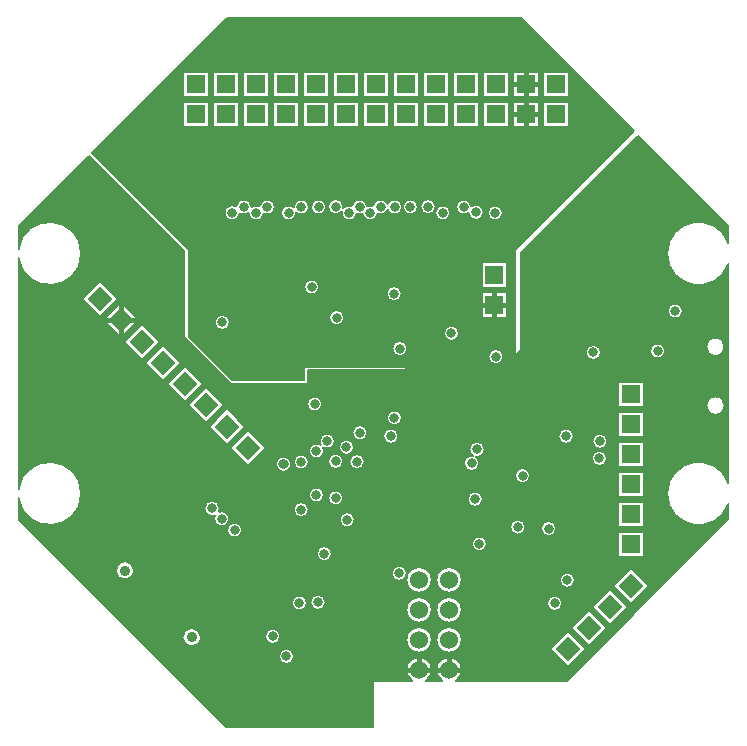
<source format=gbr>
G04 EasyPC Gerber Version 21.0.3 Build 4286 *
G04 #@! TF.Part,Single*
G04 #@! TF.FileFunction,Copper,L3,Inr *
G04 #@! TF.FilePolarity,Positive *
%FSLAX35Y35*%
%MOIN*%
G04 #@! TA.AperFunction,ComponentPad*
%ADD13R,0.06000X0.06000*%
G04 #@! TD.AperFunction*
%ADD10C,0.00500*%
%ADD11C,0.01500*%
G04 #@! TA.AperFunction,ViaPad*
%ADD16C,0.03200*%
G04 #@! TA.AperFunction,ComponentPad*
%ADD15C,0.03600*%
G04 #@! TA.AperFunction,WasherPad*
%ADD12C,0.06000*%
G04 #@! TA.AperFunction,ComponentPad*
%AMT14*0 Rectangle Pad at angle 45*21,1,0.06000,0.06000,0,0,45*%
%ADD14T14*%
X0Y0D02*
D02*
D10*
X26918Y193682D02*
X3450Y170215D01*
Y162596*
G75*
G02X24350Y161150I10400J-1446*
G01*
G75*
G02X3450Y159704I-10500*
G01*
Y82596*
G75*
G02X24350Y81150I10400J-1446*
G01*
G75*
G02X3450Y79704I-10500*
G01*
Y72385*
X72685Y3150*
X121650*
Y18750*
X134691*
G75*
G02X132700Y22350I2259J3600*
G01*
G75*
G02X141200I4250*
G01*
G75*
G02X139209Y18750I-4250*
G01*
X144691*
G75*
G02X142700Y22350I2259J3600*
G01*
G75*
G02X151200I4250*
G01*
G75*
G02X149209Y18750I-4250*
G01*
X186315*
X240050Y72485*
Y77652*
G75*
G02X219650Y81150I-9900J3498*
G01*
G75*
G02X240050Y84648I10500*
G01*
Y157652*
G75*
G02X219650Y161150I-9900J3498*
G01*
G75*
G02X240050Y164648I10500*
G01*
Y170315*
X209932Y200432*
X170950Y161450*
Y129050*
X165850Y123950*
X132750*
Y122250*
X99950*
Y117650*
X74250*
X58550Y133350*
Y162050*
X26918Y193682*
X24491Y145899D02*
X30501Y151909D01*
X36511Y145899*
X30501Y139889*
X24491Y145899*
X31562Y138828D02*
X37572Y144838D01*
X43583Y138828*
X37572Y132817*
X31562Y138828*
X36708Y57592D02*
G75*
G02X41021Y53279I2157J-2157D01*
G01*
G75*
G02X36708Y57592I-2157J2157*
G01*
X38633Y131757D02*
X44643Y137767D01*
X50654Y131757*
X44643Y125746*
X38633Y131757*
X45704Y124685D02*
X51715Y130696D01*
X57725Y124685*
X51715Y118675*
X45704Y124685*
X52775Y117615D02*
X58785Y123625D01*
X64796Y117615*
X58785Y111604*
X52775Y117615*
X58982Y35318D02*
G75*
G02X63295Y31005I2157J-2157D01*
G01*
G75*
G02X58982Y35318I-2157J2157*
G01*
X59846Y110543D02*
X65857Y116554D01*
X71867Y110543*
X65857Y104533*
X59846Y110543*
X66917Y103472D02*
X72928Y109483D01*
X78938Y103472*
X72928Y97462*
X66917Y103472*
X68857Y73767D02*
G75*
G02X65400Y76150I-907J2383D01*
G01*
G75*
G02X70500I2550*
G01*
G75*
G02X70243Y75033I-2550J0*
G01*
G75*
G02X73700Y72650I907J-2383*
G01*
G75*
G02X68600I-2550*
G01*
G75*
G02X68857Y73767I2550J0*
G01*
X72900Y68950D02*
G75*
G02X78000I2550D01*
G01*
G75*
G02X72900I-2550*
G01*
X73989Y96401D02*
X79999Y102411D01*
X86009Y96401*
X79999Y90391*
X73989Y96401*
X89972Y89122D02*
G75*
G02X89200Y90950I1778J1828D01*
G01*
G75*
G02X93578Y92728I2550*
G01*
G75*
G02X94350Y90900I-1778J-1828*
G01*
G75*
G02X89972Y89122I-2550*
G01*
X90700Y33550D02*
G75*
G02X85600I-2550D01*
G01*
G75*
G02X90700I2550*
G01*
X95300Y26850D02*
G75*
G02X90200I-2550D01*
G01*
G75*
G02X95300I2550*
G01*
X99600Y44650D02*
G75*
G02X94500I-2550D01*
G01*
G75*
G02X99600I2550*
G01*
X100200Y75750D02*
G75*
G02X95100I-2550D01*
G01*
G75*
G02X100200I2550*
G01*
Y91650D02*
G75*
G02X95100I-2550D01*
G01*
G75*
G02X100200I2550*
G01*
X102800Y61050D02*
G75*
G02X107900I2550D01*
G01*
G75*
G02X102800I-2550*
G01*
X104131Y97394D02*
G75*
G02X103800Y98650I2219J1257D01*
G01*
G75*
G02X108900I2550*
G01*
G75*
G02X104969Y96506I-2550*
G01*
G75*
G02X105300Y95250I-2219J-1257*
G01*
G75*
G02X100200I-2550*
G01*
G75*
G02X104131Y97394I2550*
G01*
X104700Y110950D02*
G75*
G02X99600I-2550D01*
G01*
G75*
G02X104700I2550*
G01*
X105300Y80650D02*
G75*
G02X100200I-2550D01*
G01*
G75*
G02X105300I2550*
G01*
X105800Y44850D02*
G75*
G02X100700I-2550D01*
G01*
G75*
G02X105800I2550*
G01*
X111700Y79650D02*
G75*
G02X106600I-2550D01*
G01*
G75*
G02X111700I2550*
G01*
Y91850D02*
G75*
G02X106600I-2550D01*
G01*
G75*
G02X111700I2550*
G01*
X115300Y96550D02*
G75*
G02X110200I-2550D01*
G01*
G75*
G02X115300I2550*
G01*
X115520Y72350D02*
G75*
G02X110420I-2550D01*
G01*
G75*
G02X115520I2550*
G01*
X118800Y91750D02*
G75*
G02X113700I-2550D01*
G01*
G75*
G02X118800I2550*
G01*
X119800Y101350D02*
G75*
G02X114700I-2550D01*
G01*
G75*
G02X119800I2550*
G01*
X130100Y100250D02*
G75*
G02X125000I-2550D01*
G01*
G75*
G02X130100I2550*
G01*
X131300Y106350D02*
G75*
G02X126200I-2550D01*
G01*
G75*
G02X131300I2550*
G01*
X132900Y54550D02*
G75*
G02X127800I-2550D01*
G01*
G75*
G02X132900I2550*
G01*
X141200Y32350D02*
G75*
G02X132700I-4250D01*
G01*
G75*
G02X141200I4250*
G01*
Y42350D02*
G75*
G02X132700I-4250D01*
G01*
G75*
G02X141200I4250*
G01*
Y52350D02*
G75*
G02X132700I-4250D01*
G01*
G75*
G02X141200I4250*
G01*
X151200Y32350D02*
G75*
G02X142700I-4250D01*
G01*
G75*
G02X151200I4250*
G01*
Y42350D02*
G75*
G02X142700I-4250D01*
G01*
G75*
G02X151200I4250*
G01*
Y52350D02*
G75*
G02X142700I-4250D01*
G01*
G75*
G02X151200I4250*
G01*
X154965Y93648D02*
G75*
G02X153700Y95850I1285J2202D01*
G01*
G75*
G02X158800I2550*
G01*
G75*
G02X155735Y93352I-2550*
G01*
G75*
G02X157000Y91150I-1285J-2202*
G01*
G75*
G02X151900I-2550*
G01*
G75*
G02X154965Y93648I2550*
G01*
X158200Y79250D02*
G75*
G02X153100I-2550D01*
G01*
G75*
G02X158200I2550*
G01*
X159600Y64350D02*
G75*
G02X154500I-2550D01*
G01*
G75*
G02X159600I2550*
G01*
X168900Y87050D02*
G75*
G02X174000I2550D01*
G01*
G75*
G02X168900I-2550*
G01*
X169850Y72500D02*
G75*
G02Y67400J-2550D01*
G01*
G75*
G02Y72500J2550*
G01*
X179600Y44550D02*
G75*
G02X184700I2550D01*
G01*
G75*
G02X179600I-2550*
G01*
X182700Y69450D02*
G75*
G02X177600I-2550D01*
G01*
G75*
G02X182700I2550*
G01*
X183400Y100250D02*
G75*
G02X188500I2550D01*
G01*
G75*
G02X183400I-2550*
G01*
X183800Y52250D02*
G75*
G02X188900I2550D01*
G01*
G75*
G02X183800I-2550*
G01*
X186537Y35247D02*
X192547Y29237D01*
X186537Y23226*
X180526Y29237*
X186537Y35247*
X193608Y42318D02*
X199618Y36308D01*
X193608Y30298*
X187598Y36308*
X193608Y42318*
X195050Y125600D02*
G75*
G02Y130700J2550D01*
G01*
G75*
G02Y125600J-2550*
G01*
X199600Y92850D02*
G75*
G02X194500I-2550D01*
G01*
G75*
G02X199600I2550*
G01*
X199800Y98550D02*
G75*
G02X194700I-2550D01*
G01*
G75*
G02X199800I2550*
G01*
X200679Y49389D02*
X206689Y43379D01*
X200679Y37369*
X194669Y43379*
X200679Y49389*
X203400Y68400D02*
X211900D01*
Y59900*
X203400*
Y68400*
Y78400D02*
X211900D01*
Y69900*
X203400*
Y78400*
Y88400D02*
X211900D01*
Y79900*
X203400*
Y88400*
Y98400D02*
X211900D01*
Y89900*
X203400*
Y98400*
Y108400D02*
X211900D01*
Y99900*
X203400*
Y108400*
Y118400D02*
X211900D01*
Y109900*
X203400*
Y118400*
X207750Y56460D02*
X213760Y50450D01*
X207750Y44440*
X201740Y50450*
X207750Y56460*
X213900Y128650D02*
G75*
G02X219000I2550D01*
G01*
G75*
G02X213900I-2550*
G01*
X219800Y141950D02*
G75*
G02X224900I2550D01*
G01*
G75*
G02X219800I-2550*
G01*
X235750Y107400D02*
G75*
G02Y113500J3050D01*
G01*
G75*
G02Y107400J-3050*
G01*
Y127000D02*
G75*
G02Y133100J3050D01*
G01*
G75*
G02Y127000J-3050*
G01*
X194415Y26850D02*
G36*
X190160D01*
X186537Y23226*
X182913Y26850*
X95300*
G75*
G02X90200I-2550*
G01*
X48985*
X72435Y3400*
X121650*
Y18750*
X134691*
G75*
G02X132700Y22349I2258J3599*
G01*
G75*
G02Y22350I3759J0*
G01*
G75*
G02X141200I4250*
G01*
G75*
G02Y22349I-3759J0*
G01*
G75*
G02X139209Y18750I-4249*
G01*
X144691*
G75*
G02X142700Y22349I2258J3599*
G01*
G75*
G02Y22350I3759J0*
G01*
G75*
G02X151200I4250*
G01*
G75*
G02Y22349I-3759J0*
G01*
G75*
G02X149209Y18750I-4249*
G01*
X186315*
X194415Y26850*
G37*
X182913D02*
G36*
X180526Y29237D01*
X184451Y33161*
X151122*
G75*
G02X151200Y32350I-4172J-812*
G01*
G75*
G02X142700I-4250*
G01*
G75*
G02X142778Y33161I4250J-1*
G01*
X141122*
G75*
G02X141200Y32350I-4172J-812*
G01*
G75*
G02X132700I-4250*
G01*
G75*
G02X132778Y33161I4250J-1*
G01*
X90670*
G75*
G02X85630I-2520J389*
G01*
X64189*
G75*
G02X63295Y31005I-3050*
G01*
G75*
G02X58089Y33161I-2157J2157*
G01*
X42674*
X48985Y26850*
X90200*
G75*
G02X95300I2550*
G01*
X182913*
G37*
X200726Y33161D02*
G36*
X196472D01*
X193608Y30298*
X190744Y33161*
X188622*
X192547Y29237*
X190160Y26850*
X194415*
X200726Y33161*
G37*
X212215Y44650D02*
G36*
X207960D01*
X207750Y44440*
X207540Y44650*
X205418*
X206689Y43379*
X200679Y37369*
X194669Y43379*
X195940Y44650*
X184698*
G75*
G02X184700Y44550I-2548J-100*
G01*
G75*
G02X179600I-2550*
G01*
G75*
G02X179602Y44650I2550*
G01*
X150524*
G75*
G02X151200Y42350I-3574J-2300*
G01*
G75*
G02X142700I-4250*
G01*
G75*
G02X143376Y44650I4250J0*
G01*
X140524*
G75*
G02X141200Y42350I-3574J-2300*
G01*
G75*
G02X132700I-4250*
G01*
G75*
G02X133376Y44650I4250J0*
G01*
X105792*
G75*
G02X100708I-2542J200*
G01*
X99600*
G75*
G02X94500I-2550*
G01*
X31185*
X42674Y33161*
X58089*
G75*
G02X58982Y35318I3050*
G01*
G75*
G02X64189Y33161I2157J-2157*
G01*
X85630*
G75*
G02X85600Y33550I2520J389*
G01*
G75*
G02X90700I2550*
G01*
G75*
G02X90670Y33161I-2550J1*
G01*
X132778*
G75*
G02X141122I4172J-811*
G01*
X142778*
G75*
G02X151122I4172J-811*
G01*
X184451*
X186537Y35247*
X188622Y33161*
X190744*
X187598Y36308*
X193608Y42318*
X199618Y36308*
X196472Y33161*
X200726*
X212215Y44650*
G37*
X203540Y52250D02*
G36*
X188900D01*
G75*
G02X183800I-2550*
G01*
X151199*
G75*
G02X142701I-4249J100*
G01*
X141199*
G75*
G02X132701I-4249J100*
G01*
X131451*
G75*
G02X129249I-1101J2300*
G01*
X23585*
X31185Y44650*
X94500*
G75*
G02X99600I2550*
G01*
X100708*
G75*
G02X100700Y44850I2543J200*
G01*
G75*
G02X105800I2550*
G01*
G75*
G02X105792Y44650I-2550J0*
G01*
X133376*
G75*
G02X140524I3574J-2300*
G01*
X143376*
G75*
G02X150524I3574J-2300*
G01*
X179602*
G75*
G02X184698I2548J-100*
G01*
X195940*
X200679Y49389*
X205418Y44650*
X207540*
X201740Y50450*
X203540Y52250*
G37*
X219815D02*
G36*
X211960D01*
X213760Y50450*
X207960Y44650*
X212215*
X219815Y52250*
G37*
X127959Y55435D02*
G36*
X41915D01*
G75*
G02X41021Y53279I-3050*
G01*
G75*
G02X35815Y55435I-2157J2157*
G01*
X20400*
X23585Y52250*
X129249*
G75*
G02X127800Y54550I1101J2300*
G01*
G75*
G02X127959Y55435I2550*
G01*
G37*
X132701Y52250D02*
G36*
G75*
G02X132700Y52350I4250J100D01*
G01*
G75*
G02X134027Y55435I4250*
G01*
X132741*
G75*
G02X132900Y54550I-2391J-885*
G01*
G75*
G02X131451Y52250I-2550*
G01*
X132701*
G37*
X203540D02*
G36*
X206725Y55435D01*
X149873*
G75*
G02X151200Y52350I-2923J-3085*
G01*
G75*
G02X151199Y52250I-4251J0*
G01*
X183800*
G75*
G02X188900I2550*
G01*
X203540*
G37*
X142701D02*
G36*
G75*
G02X142700Y52350I4250J100D01*
G01*
G75*
G02X144027Y55435I4250*
G01*
X139873*
G75*
G02X141200Y52350I-2923J-3085*
G01*
G75*
G02X141199Y52250I-4251J0*
G01*
X142701*
G37*
X223000Y55435D02*
G36*
X208775D01*
X211960Y52250*
X219815*
X223000Y55435*
G37*
X228615Y61050D02*
G36*
X211900D01*
Y59900*
X203400*
Y61050*
X107900*
G75*
G02X102800I-2550*
G01*
X14785*
X20400Y55435*
X35815*
G75*
G02X36708Y57592I3050*
G01*
G75*
G02X41915Y55435I2157J-2157*
G01*
X127959*
G75*
G02X132741I2391J-885*
G01*
X134027*
G75*
G02X139873I2923J-3085*
G01*
X144027*
G75*
G02X149873I2923J-3085*
G01*
X206725*
X207750Y56460*
X208775Y55435*
X223000*
X228615Y61050*
G37*
X203400Y64350D02*
G36*
X159600D01*
G75*
G02X154500I-2550*
G01*
X11485*
X14785Y61050*
X102800*
G75*
G02X107900I2550*
G01*
X203400*
Y64350*
G37*
X231915D02*
G36*
X211900D01*
Y61050*
X228615*
X231915Y64350*
G37*
X236515Y68950D02*
G36*
X182650D01*
G75*
G02X177650I-2500J500*
G01*
X172196*
G75*
G02X169850Y67400I-2346J1000*
G01*
G75*
G02X167504Y68950J2550*
G01*
X78000*
G75*
G02X72900I-2550*
G01*
X6885*
X11485Y64350*
X154500*
G75*
G02X159600I2550*
G01*
X203400*
Y68400*
X211900*
Y64350*
X231915*
X236515Y68950*
G37*
X222107Y74400D02*
G36*
X211900D01*
Y69900*
X203400*
Y74400*
X114487*
G75*
G02X115520Y72350I-1517J-2050*
G01*
G75*
G02X110420I-2550*
G01*
G75*
G02X111454Y74400I2550*
G01*
X99813*
G75*
G02X95487I-2163J1350*
G01*
X73005*
G75*
G02X73700Y72650I-1855J-1750*
G01*
G75*
G02X68600I-2550*
G01*
G75*
G02X68857Y73767I2556J-1*
G01*
G75*
G02X66095Y74400I-907J2383*
G01*
X21893*
G75*
G02X5807I-8043J6750*
G01*
X3700*
Y72135*
X6885Y68950*
X72900*
G75*
G02X78000I2550*
G01*
X167504*
G75*
G02X167300Y69950I2346J1000*
G01*
G75*
G02X169850Y72500I2550*
G01*
G75*
G02X172400Y69950J-2550*
G01*
G75*
G02X172196Y68950I-2550*
G01*
X177650*
G75*
G02X177600Y69450I2501J500*
G01*
G75*
G02X182700I2550*
G01*
G75*
G02X182650Y68950I-2550J0*
G01*
X236515*
X239800Y72235*
Y74400*
X238193*
G75*
G02X222107I-8043J6750*
G01*
G37*
X219662Y80650D02*
G36*
X211900D01*
Y79900*
X203400*
Y80650*
X157781*
G75*
G02X158200Y79250I-2131J-1400*
G01*
G75*
G02X153100I-2550*
G01*
G75*
G02X153519Y80650I2550J0*
G01*
X111496*
G75*
G02X111700Y79650I-2346J-1000*
G01*
G75*
G02X106600I-2550*
G01*
G75*
G02X106804Y80650I2550*
G01*
X105300*
G75*
G02X100200I-2550*
G01*
X24338*
G75*
G02X21893Y74400I-10488J501*
G01*
X66095*
G75*
G02X65400Y76150I1855J1750*
G01*
G75*
G02X70500I2550*
G01*
G75*
G02X70243Y75033I-2556J1*
G01*
G75*
G02X73005Y74400I907J-2383*
G01*
X95487*
G75*
G02X95100Y75750I2163J1350*
G01*
G75*
G02X100200I2550*
G01*
G75*
G02X99813Y74400I-2550*
G01*
X111454*
G75*
G02X114487I1517J-2050*
G01*
X203400*
Y78400*
X211900*
Y74400*
X222107*
G75*
G02X219662Y80650I8043J6750*
G01*
G37*
X5807Y74400D02*
G36*
G75*
G02X3700Y78462I8043J6750D01*
G01*
Y74400*
X5807*
G37*
X239800Y77011D02*
G36*
G75*
G02X238193Y74400I-9650J4138D01*
G01*
X239800*
Y77011*
G37*
X203400Y87050D02*
G36*
X174000D01*
G75*
G02X168900I-2550*
G01*
X22535*
G75*
G02X24350Y81150I-8686J-5900*
G01*
G75*
G02X24338Y80650I-10502J-2*
G01*
X100200*
G75*
G02X105300I2550*
G01*
X106804*
G75*
G02X111496I2346J-1000*
G01*
X153519*
G75*
G02X157781I2131J-1400*
G01*
X203400*
Y87050*
G37*
X5165D02*
G36*
X3700D01*
Y83838*
G75*
G02X5165Y87050I10150J-2689*
G01*
G37*
X219662Y80650D02*
G36*
G75*
G02X219650Y81150I10490J498D01*
G01*
G75*
G02X221465Y87050I10500J0*
G01*
X211900*
Y80650*
X219662*
G37*
X239800Y85289D02*
G36*
Y87050D01*
X238835*
G75*
G02X239800Y85289I-8685J-5901*
G01*
G37*
X221465Y87050D02*
G36*
G75*
G02X226316Y90925I8685J-5900D01*
G01*
X211900*
Y89900*
X203400*
Y90925*
X198722*
G75*
G02X195378I-1672J1925*
G01*
X156990*
G75*
G02X151910I-2540J225*
G01*
X118663*
G75*
G02X113837I-2413J825*
G01*
X111526*
G75*
G02X106774I-2376J925*
G01*
X100095*
G75*
G02X95205I-2445J725*
G01*
X94350*
G75*
G02Y90900I-2571J-12*
G01*
Y90900*
G75*
G02X89972Y89122I-2550*
G01*
G75*
G02X89200Y90925I1776J1828*
G01*
X80533*
X79999Y90391*
X79465Y90925*
X17684*
G75*
G02X22535Y87050I-3834J-9775*
G01*
X168900*
G75*
G02X174000I2550*
G01*
X203400*
Y88400*
X211900*
Y87050*
X221465*
G37*
X5165D02*
G36*
G75*
G02X10016Y90925I8686J-5900D01*
G01*
X3700*
Y87050*
X5165*
G37*
X238835D02*
G36*
X239800D01*
Y90925*
X233984*
G75*
G02X238835Y87050I-3834J-9775*
G01*
G37*
X73989Y96401D02*
G36*
X3700D01*
Y90925*
X10016*
G75*
G02X17684I3834J-9774*
G01*
X79465*
X73989Y96401*
G37*
X153760D02*
G36*
X115296D01*
G75*
G02X110204I-2546J149*
G01*
X107552*
G75*
G02X105148I-1202J2249*
G01*
X105025*
G75*
G02X105300Y95250I-2277J-1152*
G01*
G75*
G02X100200I-2550*
G01*
G75*
G02X100475Y96401I2550J0*
G01*
X86009*
X80533Y90925*
X89200*
G75*
G02Y90950I2570J13*
G01*
Y90950*
G75*
G02X93578Y92728I2550*
G01*
G75*
G02X94350Y90925I-1776J-1828*
G01*
X95205*
G75*
G02X95100Y91650I2445J724*
G01*
G75*
G02X100200I2550*
G01*
G75*
G02X100095Y90925I-2550J-1*
G01*
X106774*
G75*
G02X106600Y91850I2376J925*
G01*
G75*
G02X111700I2550*
G01*
G75*
G02X111526Y90925I-2550J0*
G01*
X113837*
G75*
G02X113700Y91750I2413J826*
G01*
G75*
G02X118800I2550*
G01*
G75*
G02X118663Y90925I-2550J0*
G01*
X151910*
G75*
G02X151900Y91150I2541J224*
G01*
G75*
G02X154965Y93648I2550*
G01*
G75*
G02X153700Y95849I1283J2202*
G01*
G75*
G02Y95850I2374J0*
G01*
G75*
G02X153760Y96401I2550*
G01*
G37*
X203400D02*
G36*
X198623D01*
G75*
G02X195877I-1373J2149*
G01*
X158740*
G75*
G02X158800Y95850I-2490J-551*
G01*
G75*
G02X155735Y93352I-2550*
G01*
G75*
G02X157000Y91151I-1283J-2202*
G01*
G75*
G02Y91150I-2374J0*
G01*
G75*
G02X156990Y90925I-2550J-1*
G01*
X195378*
G75*
G02X194500Y92850I1672J1925*
G01*
G75*
G02X199600I2550*
G01*
G75*
G02X198722Y90925I-2550*
G01*
X203400*
Y96401*
G37*
X233984Y90925D02*
G36*
X239800D01*
Y96401*
X211900*
Y90925*
X226316*
G75*
G02X233984I3834J-9775*
G01*
G37*
X73989Y96401D02*
G36*
X77837Y100250D01*
X75715*
X72928Y97462*
X70140Y100250*
X3700*
Y96401*
X73989*
G37*
X104365Y100250D02*
G36*
X82160D01*
X86009Y96401*
X100475*
G75*
G02X104131Y97394I2276J-1152*
G01*
G75*
G02X103800Y98650I2220J1257*
G01*
G75*
G02X104365Y100250I2550J0*
G01*
G37*
X105148Y96401D02*
G36*
G75*
G02X104969Y96506I1202J2249D01*
G01*
G75*
G02X105025Y96401I-2220J-1257*
G01*
X105148*
G37*
X195349Y100250D02*
G36*
X188500D01*
G75*
G02X183400I-2550*
G01*
X130100*
G75*
G02X125000I-2550*
G01*
X119550*
G75*
G02X114950I-2300J1100*
G01*
X108335*
G75*
G02X108900Y98650I-1985J-1600*
G01*
G75*
G02X107552Y96401I-2550J0*
G01*
X110204*
G75*
G02X110200Y96550I2546J148*
G01*
G75*
G02X115300I2550*
G01*
G75*
G02X115296Y96401I-2550J0*
G01*
X153760*
G75*
G02X158740I2490J-551*
G01*
X195877*
G75*
G02X194700Y98550I1373J2149*
G01*
G75*
G02X195349Y100250I2550*
G01*
G37*
X211900D02*
G36*
Y99900D01*
X203400*
Y100250*
X199151*
G75*
G02X199800Y98550I-1901J-1700*
G01*
G75*
G02X198623Y96401I-2550*
G01*
X203400*
Y98400*
X211900*
Y96401*
X239800*
Y100250*
X211900*
G37*
X66917Y103472D02*
G36*
X3700D01*
Y100250*
X70140*
X66917Y103472*
G37*
X114950Y100250D02*
G36*
G75*
G02X114700Y101350I2300J1100D01*
G01*
G75*
G02X115837Y103472I2550*
G01*
X78938*
X75715Y100250*
X77837*
X79999Y102411*
X82160Y100250*
X104365*
G75*
G02X108335I1985J-1600*
G01*
X114950*
G37*
X203400Y103472D02*
G36*
X118663D01*
G75*
G02X119800Y101350I-1413J-2122*
G01*
G75*
G02X119550Y100250I-2550J0*
G01*
X125000*
G75*
G02X130100I2550*
G01*
X183400*
G75*
G02X188500I2550*
G01*
X195349*
G75*
G02X199151I1901J-1700*
G01*
X203400*
Y103472*
G37*
X211900D02*
G36*
Y100250D01*
X239800*
Y103472*
X211900*
G37*
X66917D02*
G36*
X69795Y106350D01*
X67674*
X65857Y104533*
X64040Y106350*
X3700*
Y103472*
X66917*
G37*
X203400Y106350D02*
G36*
X131300D01*
G75*
G02X126200I-2550*
G01*
X76060*
X78938Y103472*
X115837*
G75*
G02X118663I1413J-2122*
G01*
X203400*
Y106350*
G37*
X211900D02*
G36*
Y103472D01*
X239800*
Y106350*
X211900*
G37*
X59846Y110543D02*
G36*
X3700D01*
Y106350*
X64040*
X59846Y110543*
G37*
X211900D02*
G36*
Y109900D01*
X203400*
Y110543*
X104667*
G75*
G02X99633I-2517J407*
G01*
X71867*
X67674Y106350*
X69795*
X72928Y109483*
X76060Y106350*
X126200*
G75*
G02X131300I2550*
G01*
X203400*
Y108400*
X211900*
Y106350*
X239800*
Y110543*
X238798*
G75*
G02X238800Y110450I-3049J-98*
G01*
G75*
G02X235750Y107400I-3050*
G01*
G75*
G02X232700Y110450J3050*
G01*
G75*
G02X232702Y110543I3050J-5*
G01*
X211900*
G37*
X203400Y117615D02*
G36*
X64796D01*
X58785Y111604*
X52775Y117615*
X3700*
Y110543*
X59846*
X65857Y116554*
X71867Y110543*
X99633*
G75*
G02X99600Y110950I2517J407*
G01*
G75*
G02X104700I2550*
G01*
G75*
G02X104667Y110543I-2550J0*
G01*
X203400*
Y117615*
G37*
X211900D02*
G36*
Y110543D01*
X232702*
G75*
G02X235750Y113500I3048J-93*
G01*
G75*
G02X238798Y110543J-3050*
G01*
X239800*
Y117615*
X211900*
G37*
X166585Y124685D02*
G36*
X165850Y123950D01*
X132750*
Y122250*
X99950*
Y117650*
X74250*
X67215Y124685*
X57725*
X51715Y118675*
X45704Y124685*
X3700*
Y117615*
X52775*
X58785Y123625*
X64796Y117615*
X203400*
Y118400*
X211900*
Y117615*
X239800*
Y124685*
X166585*
G37*
X63750Y128150D02*
G36*
X54260D01*
X57725Y124685*
X67215*
X63750Y128150*
G37*
X45704Y124685D02*
G36*
X49169Y128150D01*
X47047*
X44643Y125746*
X42240Y128150*
X3700*
Y124685*
X45704*
G37*
X238136Y128150D02*
G36*
G75*
G02X235750Y127000I-2386J1900D01*
G01*
G75*
G02X233364Y128150J3050*
G01*
X218950*
G75*
G02X213950I-2500J500*
G01*
X197600*
G75*
G02X195050Y125600I-2550*
G01*
G75*
G02X192500Y128150J2550*
G01*
X170050*
X166585Y124685*
X239800*
Y128150*
X238136*
G37*
X60143Y131757D02*
G36*
X50654D01*
X47047Y128150*
X49169*
X51715Y130696*
X54260Y128150*
X63750*
X60143Y131757*
G37*
X38633D02*
G36*
X3700D01*
Y128150*
X42240*
X38633Y131757*
G37*
X233222D02*
G36*
X170950D01*
Y129050*
X170050Y128150*
X192500*
G75*
G02X195050Y130700I2550*
G01*
G75*
G02X197600Y128150J-2550*
G01*
X213950*
G75*
G02X213900Y128650I2501J500*
G01*
G75*
G02X219000I2550*
G01*
G75*
G02X218950Y128150I-2550J0*
G01*
X233364*
G75*
G02X232700Y130050I2386J1900*
G01*
G75*
G02X233222Y131757I3050J0*
G01*
G37*
X238278D02*
G36*
G75*
G02X238800Y130050I-2528J-1706D01*
G01*
G75*
G02X238136Y128150I-3050*
G01*
X239800*
Y131757*
X238278*
G37*
X58550Y138828D02*
G36*
X43583D01*
X37572Y132817*
X31562Y138828*
X3700*
Y131757*
X38633*
X44643Y137767*
X50654Y131757*
X60143*
X58550Y133350*
Y138828*
G37*
X170950D02*
G36*
Y131757D01*
X233222*
G75*
G02X235750Y133100I2528J-1707*
G01*
G75*
G02X238278Y131757J-3050*
G01*
X239800*
Y138828*
X170950*
G37*
X58550Y141950D02*
G36*
X40460D01*
X43583Y138828*
X58550*
Y141950*
G37*
X31562Y138828D02*
G36*
X34685Y141950D01*
X32563*
X30501Y139889*
X28440Y141950*
X3700*
Y138828*
X31562*
G37*
X170950Y141950D02*
G36*
Y138828D01*
X239800*
Y141950*
X224900*
G75*
G02X219800I-2550*
G01*
X170950*
G37*
X58550Y145899D02*
G36*
X36511D01*
X32563Y141950*
X34685*
X37572Y144838*
X40460Y141950*
X58550*
Y145899*
G37*
X24491D02*
G36*
X3700D01*
Y141950*
X28440*
X24491Y145899*
G37*
X170950D02*
G36*
Y141950D01*
X219800*
G75*
G02X224900I2550*
G01*
X239800*
Y145899*
X170950*
G37*
X58550D02*
G36*
Y162050D01*
X26918Y193682*
X3700Y170465*
Y163838*
G75*
G02X24350Y161150I10150J-2689*
G01*
G75*
G02X3700Y158462I-10500J0*
G01*
Y145899*
X24491*
X30501Y151909*
X36511Y145899*
X58550*
G37*
X170950D02*
G36*
X239800D01*
Y157011*
G75*
G02X219650Y161150I-9650J4139*
G01*
G75*
G02X239800Y165289I10500*
G01*
Y170565*
X210182Y200182*
X209682*
X170950Y161450*
Y145899*
G37*
X27968Y194732D02*
X60250Y162450D01*
Y133450*
X74650Y119050*
X98750*
Y123450*
X165350*
X169050Y127150*
Y162350*
X208532Y201832*
X170815Y239550*
X72785*
X27968Y194732*
X66900Y211800D02*
Y203300D01*
X58400*
Y211800*
X66900*
Y221800D02*
Y213300D01*
X58400*
Y221800*
X66900*
X73900Y138150D02*
G75*
G02X68800I-2550D01*
G01*
G75*
G02X73900I2550*
G01*
X76005Y176810D02*
G75*
G02X81100Y176675I2545J-160D01*
G01*
G75*
G02X83814Y176919I1550J-2024*
G01*
G75*
G02X88900Y176650I2536J-269*
G01*
G75*
G02X85186Y174381I-2550*
G01*
G75*
G02X80100Y174625I-2536J269*
G01*
G75*
G02X77195Y174490I-1550J2025*
G01*
G75*
G02X72100Y174650I-2545J160*
G01*
G75*
G02X76005Y176810I2550*
G01*
X76900Y211800D02*
Y203300D01*
X68400*
Y211800*
X76900*
Y221800D02*
Y213300D01*
X68400*
Y221800*
X76900*
X86900Y211800D02*
Y203300D01*
X78400*
Y211800*
X86900*
Y221800D02*
Y213300D01*
X78400*
Y221800*
X86900*
X95204Y176500D02*
G75*
G02X95200Y176650I2548J149D01*
G01*
G75*
G02X100300I2550*
G01*
G75*
G02X95996Y174800I-2550*
G01*
G75*
G02X96000Y174650I-2549J-149*
G01*
G75*
G02X90900I-2550*
G01*
G75*
G02X95204Y176500I2550*
G01*
X96900Y211800D02*
Y203300D01*
X88400*
Y211800*
X96900*
Y221800D02*
Y213300D01*
X88400*
Y221800*
X96900*
X103700Y149950D02*
G75*
G02X98600I-2550D01*
G01*
G75*
G02X103700I2550*
G01*
X106000Y176650D02*
G75*
G02X100900I-2550D01*
G01*
G75*
G02X106000I2550*
G01*
X106900Y211800D02*
Y203300D01*
X98400*
Y211800*
X106900*
Y221800D02*
Y213300D01*
X98400*
Y221800*
X106900*
X111154Y175174D02*
G75*
G02X106600Y176750I-2004J1576D01*
G01*
G75*
G02X111700I2550*
G01*
G75*
G02X111646Y176226I-2550*
G01*
G75*
G02X114625Y177006I2004J-1576*
G01*
G75*
G02X119675I2525J-356*
G01*
G75*
G02X121625I975J-2357*
G01*
G75*
G02X126500Y177640I2525J-356*
G01*
G75*
G02X131400Y176650I2350J-990*
G01*
G75*
G02X126500Y175660I-2550*
G01*
G75*
G02X123175Y174294I-2350J990*
G01*
G75*
G02X118125I-2525J356*
G01*
G75*
G02X116175I-975J2357*
G01*
G75*
G02X111100Y174650I-2525J356*
G01*
G75*
G02X111154Y175174I2550*
G01*
X112037Y139750D02*
G75*
G02X106937I-2550D01*
G01*
G75*
G02X112037I2550*
G01*
X116900Y211800D02*
Y203300D01*
X108400*
Y211800*
X116900*
Y221800D02*
Y213300D01*
X108400*
Y221800*
X116900*
X126900Y211800D02*
Y203300D01*
X118400*
Y211800*
X126900*
Y221800D02*
Y213300D01*
X118400*
Y221800*
X126900*
X131200Y147750D02*
G75*
G02X126100I-2550D01*
G01*
G75*
G02X131200I2550*
G01*
X133100Y129450D02*
G75*
G02X128000I-2550D01*
G01*
G75*
G02X133100I2550*
G01*
X136600Y176650D02*
G75*
G02X131500I-2550D01*
G01*
G75*
G02X136600I2550*
G01*
X136900Y211800D02*
Y203300D01*
X128400*
Y211800*
X136900*
Y221800D02*
Y213300D01*
X128400*
Y221800*
X136900*
X142500Y176750D02*
G75*
G02X137400I-2550D01*
G01*
G75*
G02X142500I2550*
G01*
X145200Y134550D02*
G75*
G02X150300I2550D01*
G01*
G75*
G02X145200I-2550*
G01*
X146900Y211800D02*
Y203300D01*
X138400*
Y211800*
X146900*
Y221800D02*
Y213300D01*
X138400*
Y221800*
X146900*
X147400Y174650D02*
G75*
G02X142300I-2550D01*
G01*
G75*
G02X147400I2550*
G01*
X153409Y174632D02*
G75*
G02X149300Y176650I-1559J2018D01*
G01*
G75*
G02X154391Y176868I2550*
G01*
G75*
G02X158500Y174850I1559J-2018*
G01*
G75*
G02X153409Y174632I-2550*
G01*
X156900Y211800D02*
Y203300D01*
X148400*
Y211800*
X156900*
Y221800D02*
Y213300D01*
X148400*
Y221800*
X156900*
X164900Y174650D02*
G75*
G02X159800I-2550D01*
G01*
G75*
G02X164900I2550*
G01*
X165100Y126750D02*
G75*
G02X160000I-2550D01*
G01*
G75*
G02X165100I2550*
G01*
X166300Y139700D02*
X157800D01*
Y148200*
X166300*
Y139700*
Y149700D02*
X157800D01*
Y158200*
X166300*
Y149700*
X166900Y211800D02*
Y203300D01*
X158400*
Y211800*
X166900*
Y221800D02*
Y213300D01*
X158400*
Y221800*
X166900*
X176900Y211800D02*
Y203300D01*
X168400*
Y211800*
X176900*
Y221800D02*
Y213300D01*
X168400*
Y221800*
X176900*
X186900Y211800D02*
Y203300D01*
X178400*
Y211800*
X186900*
Y221800D02*
Y213300D01*
X178400*
Y221800*
X186900*
X168650Y126750D02*
G36*
X165100D01*
G75*
G02X160000I-2550*
G01*
X66950*
X74400Y119300*
X98750*
Y123450*
X165350*
X168650Y126750*
G37*
X169050Y129450D02*
G36*
X133100D01*
G75*
G02X128000I-2550*
G01*
X64250*
X66950Y126750*
X160000*
G75*
G02X165100I2550*
G01*
X168650*
X169050Y127150*
Y129450*
G37*
Y134550D02*
G36*
X150300D01*
G75*
G02X145200I-2550*
G01*
X60250*
Y133450*
X64250Y129450*
X128000*
G75*
G02X133100I2550*
G01*
X169050*
Y134550*
G37*
Y138150D02*
G36*
X111472D01*
G75*
G02X107501I-1985J1600*
G01*
X73900*
G75*
G02X68800I-2550*
G01*
X60250*
Y134550*
X145200*
G75*
G02X150300I2550*
G01*
X169050*
Y138150*
G37*
Y143950D02*
G36*
X166300D01*
Y139700*
X157800*
Y143950*
X60250*
Y138150*
X68800*
G75*
G02X73900I2550*
G01*
X107501*
G75*
G02X106937Y139750I1985J1600*
G01*
G75*
G02X112037I2550*
G01*
G75*
G02X111472Y138150I-2550J0*
G01*
X169050*
Y143950*
G37*
Y149950D02*
G36*
X166300D01*
Y149700*
X157800*
Y149950*
X129939*
G75*
G02X131200Y147750I-1289J-2200*
G01*
G75*
G02X126100I-2550*
G01*
G75*
G02X127361Y149950I2550*
G01*
X103700*
G75*
G02X98600I-2550*
G01*
X60250*
Y143950*
X157800*
Y148200*
X166300*
Y143950*
X169050*
Y149950*
G37*
X182350Y175650D02*
G36*
X164696D01*
G75*
G02X164900Y174650I-2346J-1000*
G01*
G75*
G02X159800I-2550*
G01*
G75*
G02X160004Y175650I2550*
G01*
X158371*
G75*
G02X158500Y174850I-2422J-800*
G01*
G75*
G02X153409Y174632I-2550*
G01*
G75*
G02X149504Y175650I-1559J2018*
G01*
X147196*
G75*
G02X147400Y174650I-2346J-1000*
G01*
G75*
G02X142300I-2550*
G01*
G75*
G02X142504Y175650I2550*
G01*
X142250*
G75*
G02X137650I-2300J1100*
G01*
X136396*
G75*
G02X131704I-2346J1000*
G01*
X131196*
G75*
G02X126504I-2346J1000*
G01*
X126496*
G75*
G02X123175Y174294I-2346J1000*
G01*
G75*
G02X118125I-2525J356*
G01*
G75*
G02X116175I-975J2358*
G01*
G75*
G02X111100Y174650I-2525J356*
G01*
G75*
G02X111154Y175174I2577J-3*
G01*
G75*
G02X106849Y175650I-2004J1576*
G01*
X105796*
G75*
G02X101104I-2346J1000*
G01*
X100096*
G75*
G02X95996Y174800I-2346J1000*
G01*
G75*
G02X96000Y174650I-2843J-157*
G01*
G75*
G02X90900I-2550*
G01*
G75*
G02X91104Y175650I2550*
G01*
X88696*
G75*
G02X85186Y174381I-2346J1000*
G01*
G75*
G02X80100Y174625I-2536J269*
G01*
G75*
G02X77195Y174490I-1550J2025*
G01*
G75*
G02X72100Y174650I-2545J160*
G01*
G75*
G02X72304Y175650I2550J0*
G01*
X47050*
X60250Y162450*
Y149950*
X98600*
G75*
G02X103700I2550*
G01*
X127361*
G75*
G02X129939I1289J-2200*
G01*
X157800*
Y158200*
X166300*
Y149950*
X169050*
Y162350*
X182350Y175650*
G37*
X186900Y207550D02*
G36*
Y203300D01*
X178400*
Y207550*
X176900*
Y203300*
X168400*
Y207550*
X166900*
Y203300*
X158400*
Y207550*
X156900*
Y203300*
X148400*
Y207550*
X146900*
Y203300*
X138400*
Y207550*
X136900*
Y203300*
X128400*
Y207550*
X126900*
Y203300*
X118400*
Y207550*
X116900*
Y203300*
X108400*
Y207550*
X106900*
Y203300*
X98400*
Y207550*
X96900*
Y203300*
X88400*
Y207550*
X86900*
Y203300*
X78400*
Y207550*
X76900*
Y203300*
X68400*
Y207550*
X66900*
Y203300*
X58400*
Y207550*
X40785*
X28218Y194982*
Y194482*
X47050Y175650*
X72304*
G75*
G02X76005Y176810I2346J-1000*
G01*
G75*
G02X81100Y176675I2545J-160*
G01*
G75*
G02X83814Y176919I1550J-2025*
G01*
G75*
G02X88900Y176650I2536J-269*
G01*
G75*
G02X88696Y175650I-2550J0*
G01*
X91104*
G75*
G02X95204Y176500I2346J-1000*
G01*
G75*
G02X95200Y176650I2843J157*
G01*
G75*
G02X100300I2550*
G01*
G75*
G02X100096Y175650I-2550*
G01*
X101104*
G75*
G02X100900Y176650I2346J1000*
G01*
G75*
G02X106000I2550*
G01*
G75*
G02X105796Y175650I-2550*
G01*
X106849*
G75*
G02X106600Y176750I2300J1099*
G01*
Y176750*
G75*
G02X111700I2550*
G01*
G75*
G02X111646Y176226I-2577J3*
G01*
G75*
G02X114625Y177006I2004J-1576*
G01*
G75*
G02X119675I2525J-356*
G01*
G75*
G02X121625I975J-2358*
G01*
G75*
G02X126500Y177640I2525J-356*
G01*
G75*
G02X131400Y176650I2350J-990*
G01*
G75*
G02X131196Y175650I-2550*
G01*
X131704*
G75*
G02X131500Y176650I2346J1000*
G01*
G75*
G02X136600I2550*
G01*
G75*
G02X136396Y175650I-2550*
G01*
X137650*
G75*
G02X137400Y176750I2300J1100*
G01*
G75*
G02X142500I2550*
G01*
G75*
G02X142250Y175650I-2550J0*
G01*
X142504*
G75*
G02X147196I2346J-1000*
G01*
X149504*
G75*
G02X149300Y176650I2346J1000*
G01*
G75*
G02X154391Y176868I2550*
G01*
G75*
G02X158371Y175650I1559J-2018*
G01*
X160004*
G75*
G02X164696I2346J-1000*
G01*
X182350*
X208282Y201582*
Y202082*
X202815Y207550*
X186900*
G37*
X126504Y175650D02*
G36*
G75*
G02X126500Y175660I2353J1002D01*
G01*
G75*
G02X126496Y175650I-2357J991*
G01*
X126504*
G37*
X186900Y217550D02*
G36*
Y213300D01*
X178400*
Y217550*
X176900*
Y213300*
X168400*
Y217550*
X166900*
Y213300*
X158400*
Y217550*
X156900*
Y213300*
X148400*
Y217550*
X146900*
Y213300*
X138400*
Y217550*
X136900*
Y213300*
X128400*
Y217550*
X126900*
Y213300*
X118400*
Y217550*
X116900*
Y213300*
X108400*
Y217550*
X106900*
Y213300*
X98400*
Y217550*
X96900*
Y213300*
X88400*
Y217550*
X86900*
Y213300*
X78400*
Y217550*
X76900*
Y213300*
X68400*
Y217550*
X66900*
Y213300*
X58400*
Y217550*
X50785*
X40785Y207550*
X58400*
Y211800*
X66900*
Y207550*
X68400*
Y211800*
X76900*
Y207550*
X78400*
Y211800*
X86900*
Y207550*
X88400*
Y211800*
X96900*
Y207550*
X98400*
Y211800*
X106900*
Y207550*
X108400*
Y211800*
X116900*
Y207550*
X118400*
Y211800*
X126900*
Y207550*
X128400*
Y211800*
X136900*
Y207550*
X138400*
Y211800*
X146900*
Y207550*
X148400*
Y211800*
X156900*
Y207550*
X158400*
Y211800*
X166900*
Y207550*
X168400*
Y211800*
X176900*
Y207550*
X178400*
Y211800*
X186900*
Y207550*
X202815*
X192815Y217550*
X186900*
G37*
X192815D02*
G36*
X171065Y239300D01*
X72535*
X50785Y217550*
X58400*
Y221800*
X66900*
Y217550*
X68400*
Y221800*
X76900*
Y217550*
X78400*
Y221800*
X86900*
Y217550*
X88400*
Y221800*
X96900*
Y217550*
X98400*
Y221800*
X106900*
Y217550*
X108400*
Y221800*
X116900*
Y217550*
X118400*
Y221800*
X126900*
Y217550*
X128400*
Y221800*
X136900*
Y217550*
X138400*
Y221800*
X146900*
Y217550*
X148400*
Y221800*
X156900*
Y217550*
X158400*
Y221800*
X166900*
Y217550*
X168400*
Y221800*
X176900*
Y217550*
X178400*
Y221800*
X186900*
Y217550*
X192815*
G37*
D02*
D11*
X34080Y138828D02*
X30855D01*
X37572Y135335D02*
Y132110D01*
Y142320D02*
Y145545D01*
X41065Y138828D02*
X44290D01*
X134700Y22350D02*
X132200D01*
X136950Y24600D02*
Y27100D01*
X139200Y22350D02*
X141700D01*
X144700D02*
X142200D01*
X146950Y24600D02*
Y27100D01*
X149200Y22350D02*
X151700D01*
X159800Y143950D02*
X157300D01*
X162050Y141700D02*
Y139200D01*
Y146200D02*
Y148700D01*
X164300Y143950D02*
X166800D01*
X170400Y207550D02*
X167900D01*
X170400Y217550D02*
X167900D01*
X172650Y205300D02*
Y202800D01*
Y209800D02*
Y212300D01*
Y215300D02*
Y212800D01*
Y219800D02*
Y222300D01*
X174900Y207550D02*
X177400D01*
X174900Y217550D02*
X177400D01*
D02*
D12*
X136950Y22350D03*
Y32350D03*
Y42350D03*
Y52350D03*
X146950Y22350D03*
Y32350D03*
Y42350D03*
Y52350D03*
D02*
D13*
X62650Y207550D03*
Y217550D03*
X72650Y207550D03*
Y217550D03*
X82650Y207550D03*
Y217550D03*
X92650Y207550D03*
Y217550D03*
X102650Y207550D03*
Y217550D03*
X112650Y207550D03*
Y217550D03*
X122650Y207550D03*
Y217550D03*
X132650Y207550D03*
Y217550D03*
X142650Y207550D03*
Y217550D03*
X152650Y207550D03*
Y217550D03*
X162050Y143950D03*
Y153950D03*
X162650Y207550D03*
Y217550D03*
X172650Y207550D03*
Y217550D03*
X182650Y207550D03*
Y217550D03*
X207650Y64150D03*
Y74150D03*
Y84150D03*
Y94150D03*
Y104150D03*
Y114150D03*
D02*
D14*
X30501Y145899D03*
X37572Y138828D03*
X44643Y131757D03*
X51715Y124685D03*
X58785Y117615D03*
X65857Y110543D03*
X72928Y103472D03*
X79999Y96401D03*
X186537Y29237D03*
X193608Y36308D03*
X200679Y43379D03*
X207750Y50450D03*
D02*
D15*
X38865Y55435D03*
X61139Y33161D03*
D02*
D16*
X31350Y65350D03*
X42550Y162850D03*
X67950Y76150D03*
X69950Y184750D03*
X71150Y72650D03*
X71350Y138150D03*
X74650Y174650D03*
X75450Y68950D03*
X78550Y176650D03*
X80088Y10612D03*
X81250Y62950D03*
X82650Y174650D03*
X86350Y176650D03*
X88150Y33550D03*
X91750Y90950D03*
X91800Y90900D03*
X92750Y26850D03*
X93450Y174650D03*
X95750Y114850D03*
X97050Y44650D03*
X97650Y75750D03*
Y91650D03*
X97750Y176650D03*
X101150Y149950D03*
X101550Y127950D03*
X102150Y110950D03*
X102750Y80650D03*
Y95250D03*
X103250Y44850D03*
X103450Y176650D03*
X105350Y61050D03*
X106350Y98650D03*
X109150Y79650D03*
Y91850D03*
Y176750D03*
X109350Y64750D03*
X109487Y139750D03*
X112750Y96550D03*
X112970Y72350D03*
X113650Y174650D03*
X116250Y91750D03*
X117150Y176650D03*
X117250Y101350D03*
X120150Y111350D03*
X120650Y174650D03*
X123450Y51250D03*
X124150Y176650D03*
X125350Y137850D03*
X127550Y100250D03*
X128650Y147750D03*
X128750Y106350D03*
X128850Y176650D03*
X130350Y54550D03*
X130550Y129450D03*
X132050Y91250D03*
X134050Y176650D03*
X139950Y176750D03*
X142850Y159050D03*
X143150Y63650D03*
X144850Y174650D03*
X147750Y134550D03*
X150850Y118650D03*
X151850Y176650D03*
X154450Y91150D03*
X155650Y79250D03*
X155950Y174850D03*
X156250Y95850D03*
X157050Y64350D03*
X157250Y51350D03*
X162350Y174650D03*
X162550Y126750D03*
X164450Y96950D03*
X169850Y69950D03*
X171450Y87050D03*
X172150Y185850D03*
X177150Y131950D03*
X179850Y78050D03*
X180150Y69450D03*
X182150Y44550D03*
X183150Y38650D03*
X185550Y106150D03*
X185950Y100250D03*
X186350Y52250D03*
X194950Y157050D03*
X195050Y128150D03*
X197050Y92850D03*
X197250Y98550D03*
X211850Y148450D03*
X215150Y123850D03*
X216450Y128650D03*
X222350Y141950D03*
X0Y0D02*
M02*

</source>
